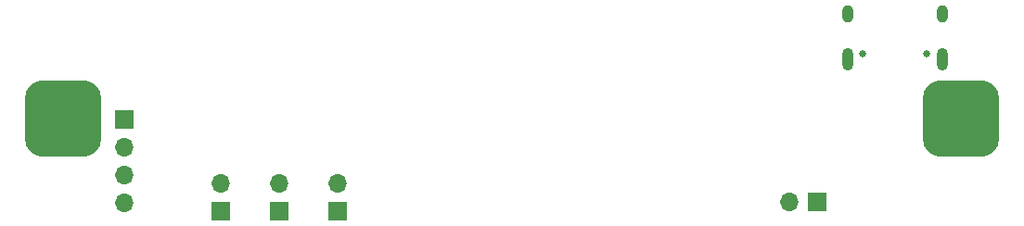
<source format=gbr>
%TF.GenerationSoftware,KiCad,Pcbnew,(6.0.8)*%
%TF.CreationDate,2023-04-29T21:49:54+02:00*%
%TF.ProjectId,Feniks,46656e69-6b73-42e6-9b69-6361645f7063,rev?*%
%TF.SameCoordinates,Original*%
%TF.FileFunction,Soldermask,Bot*%
%TF.FilePolarity,Negative*%
%FSLAX46Y46*%
G04 Gerber Fmt 4.6, Leading zero omitted, Abs format (unit mm)*
G04 Created by KiCad (PCBNEW (6.0.8)) date 2023-04-29 21:49:54*
%MOMM*%
%LPD*%
G01*
G04 APERTURE LIST*
G04 Aperture macros list*
%AMRoundRect*
0 Rectangle with rounded corners*
0 $1 Rounding radius*
0 $2 $3 $4 $5 $6 $7 $8 $9 X,Y pos of 4 corners*
0 Add a 4 corners polygon primitive as box body*
4,1,4,$2,$3,$4,$5,$6,$7,$8,$9,$2,$3,0*
0 Add four circle primitives for the rounded corners*
1,1,$1+$1,$2,$3*
1,1,$1+$1,$4,$5*
1,1,$1+$1,$6,$7*
1,1,$1+$1,$8,$9*
0 Add four rect primitives between the rounded corners*
20,1,$1+$1,$2,$3,$4,$5,0*
20,1,$1+$1,$4,$5,$6,$7,0*
20,1,$1+$1,$6,$7,$8,$9,0*
20,1,$1+$1,$8,$9,$2,$3,0*%
G04 Aperture macros list end*
%ADD10R,1.700000X1.700000*%
%ADD11O,1.700000X1.700000*%
%ADD12C,0.650000*%
%ADD13O,1.000000X2.100000*%
%ADD14O,1.000000X1.600000*%
%ADD15RoundRect,1.750000X1.750000X-1.750000X1.750000X1.750000X-1.750000X1.750000X-1.750000X-1.750000X0*%
G04 APERTURE END LIST*
D10*
%TO.C,J2*%
X52578000Y-109738000D03*
D11*
X52578000Y-112278000D03*
X52578000Y-114818000D03*
X52578000Y-117358000D03*
%TD*%
D10*
%TO.C,NTC3*%
X61343000Y-118165000D03*
D11*
X61343000Y-115625000D03*
%TD*%
D10*
%TO.C,NTC2*%
X66713000Y-118165000D03*
D11*
X66713000Y-115625000D03*
%TD*%
D10*
%TO.C,SW1*%
X115847000Y-117348000D03*
D11*
X113307000Y-117348000D03*
%TD*%
D12*
%TO.C,J1*%
X125778000Y-103750000D03*
X119998000Y-103750000D03*
D13*
X127208000Y-104280000D03*
D14*
X118568000Y-100100000D03*
X127208000Y-100100000D03*
D13*
X118568000Y-104280000D03*
%TD*%
D10*
%TO.C,NTC1*%
X72083000Y-118165000D03*
D11*
X72083000Y-115625000D03*
%TD*%
D15*
%TO.C,BT1*%
X128950000Y-109650000D03*
X46950000Y-109650000D03*
%TD*%
M02*

</source>
